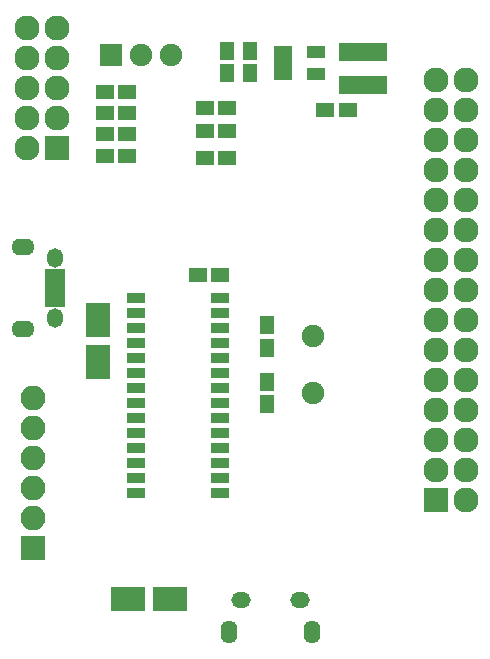
<source format=gbr>
G04 #@! TF.FileFunction,Soldermask,Top*
%FSLAX46Y46*%
G04 Gerber Fmt 4.6, Leading zero omitted, Abs format (unit mm)*
G04 Created by KiCad (PCBNEW 4.0.4-stable) date 11/02/17 18:15:52*
%MOMM*%
%LPD*%
G01*
G04 APERTURE LIST*
%ADD10C,0.100000*%
%ADD11R,1.150000X1.600000*%
%ADD12R,1.600000X1.150000*%
%ADD13R,2.127200X2.127200*%
%ADD14O,2.127200X2.127200*%
%ADD15C,1.910000*%
%ADD16R,1.910000X1.910000*%
%ADD17R,1.543000X0.908000*%
%ADD18R,1.500000X1.000000*%
%ADD19C,1.901140*%
%ADD20R,4.100000X1.600000*%
%ADD21R,1.750000X0.800000*%
%ADD22O,1.350000X1.650000*%
%ADD23O,1.950000X1.400000*%
%ADD24O,1.650000X1.350000*%
%ADD25O,1.400000X1.950000*%
%ADD26R,2.000000X3.000000*%
%ADD27R,3.000000X2.000000*%
%ADD28R,2.100000X2.100000*%
%ADD29O,2.100000X2.100000*%
G04 APERTURE END LIST*
D10*
D11*
X159700000Y-92850000D03*
X159700000Y-90950000D03*
X159700000Y-95750000D03*
X159700000Y-97650000D03*
D12*
X155750000Y-86700000D03*
X153850000Y-86700000D03*
D11*
X156300000Y-67750000D03*
X156300000Y-69650000D03*
D12*
X156350000Y-74500000D03*
X154450000Y-74500000D03*
X166550000Y-72700000D03*
X164650000Y-72700000D03*
D13*
X174000000Y-105800000D03*
D14*
X176540000Y-105800000D03*
X174000000Y-103260000D03*
X176540000Y-103260000D03*
X174000000Y-100720000D03*
X176540000Y-100720000D03*
X174000000Y-98180000D03*
X176540000Y-98180000D03*
X174000000Y-95640000D03*
X176540000Y-95640000D03*
X174000000Y-93100000D03*
X176540000Y-93100000D03*
X174000000Y-90560000D03*
X176540000Y-90560000D03*
X174000000Y-88020000D03*
X176540000Y-88020000D03*
X174000000Y-85480000D03*
X176540000Y-85480000D03*
X174000000Y-82940000D03*
X176540000Y-82940000D03*
X174000000Y-80400000D03*
X176540000Y-80400000D03*
X174000000Y-77860000D03*
X176540000Y-77860000D03*
X174000000Y-75320000D03*
X176540000Y-75320000D03*
X174000000Y-72780000D03*
X176540000Y-72780000D03*
X174000000Y-70240000D03*
X176540000Y-70240000D03*
D13*
X141900000Y-76000000D03*
D14*
X139360000Y-76000000D03*
X141900000Y-73460000D03*
X139360000Y-73460000D03*
X141900000Y-70920000D03*
X139360000Y-70920000D03*
X141900000Y-68380000D03*
X139360000Y-68380000D03*
X141900000Y-65840000D03*
X139360000Y-65840000D03*
D11*
X158300000Y-67750000D03*
X158300000Y-69650000D03*
D12*
X145950000Y-76600000D03*
X147850000Y-76600000D03*
X145950000Y-74800000D03*
X147850000Y-74800000D03*
X156350000Y-72600000D03*
X154450000Y-72600000D03*
X145950000Y-73000000D03*
X147850000Y-73000000D03*
X145950000Y-71200000D03*
X147850000Y-71200000D03*
X156350000Y-76800000D03*
X154450000Y-76800000D03*
D15*
X151580000Y-68100000D03*
D16*
X146500000Y-68100000D03*
D15*
X149040000Y-68100000D03*
D17*
X155756000Y-105155000D03*
X155756000Y-103885000D03*
X155756000Y-102615000D03*
X155756000Y-101345000D03*
X155756000Y-100075000D03*
X155756000Y-98805000D03*
X155756000Y-97535000D03*
X155756000Y-96265000D03*
X155756000Y-94995000D03*
X155756000Y-93725000D03*
X155756000Y-92455000D03*
X155756000Y-91185000D03*
X155756000Y-89915000D03*
X155756000Y-88645000D03*
X148644000Y-88645000D03*
X148644000Y-89915000D03*
X148644000Y-91185000D03*
X148644000Y-92455000D03*
X148644000Y-93725000D03*
X148644000Y-94995000D03*
X148644000Y-96265000D03*
X148644000Y-97535000D03*
X148644000Y-98805000D03*
X148644000Y-100075000D03*
X148644000Y-101345000D03*
X148644000Y-102615000D03*
X148644000Y-103885000D03*
X148644000Y-105155000D03*
D18*
X163850000Y-67800000D03*
X163850000Y-69700000D03*
X161050000Y-67800000D03*
X161050000Y-68750000D03*
X161050000Y-69700000D03*
D19*
X163600000Y-96740940D03*
X163600000Y-91859060D03*
D20*
X167860000Y-67800000D03*
X167860000Y-70600000D03*
D21*
X141765000Y-86513000D03*
X141765000Y-87163000D03*
X141765000Y-87813000D03*
X141765000Y-88463000D03*
X141765000Y-89113000D03*
D22*
X141765000Y-85313000D03*
X141765000Y-90313000D03*
D23*
X139065000Y-84313000D03*
X139065000Y-91313000D03*
D24*
X162520000Y-114220000D03*
X157520000Y-114220000D03*
D25*
X163520000Y-116920000D03*
X156520000Y-116920000D03*
D26*
X145415000Y-94107000D03*
X145415000Y-90507000D03*
D27*
X151533000Y-114173000D03*
X147933000Y-114173000D03*
D28*
X139900000Y-109800000D03*
D29*
X139900000Y-107260000D03*
X139900000Y-104720000D03*
X139900000Y-102180000D03*
X139900000Y-99640000D03*
X139900000Y-97100000D03*
M02*

</source>
